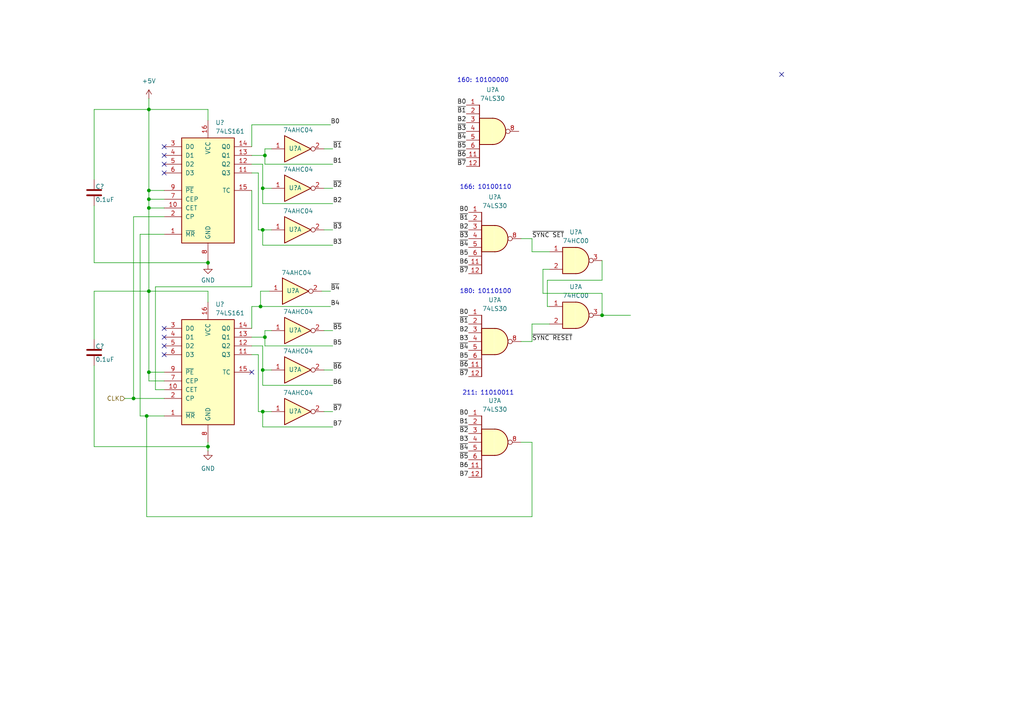
<source format=kicad_sch>
(kicad_sch (version 20250114) (generator "eeschema") (generator_version "9.0")
  (paper "A4")
  (lib_symbols
    (symbol "74xx:74AHC04"
      (property "Reference" "U" (at 0 1.27 0))
      (property "Value" "74AHC04" (at 0 -1.27 0))
      (symbol "74AHC04_1_0"
        (polyline (pts (xy -3.81 3.81) (xy -3.81 -3.81) (xy 3.81 0) (xy -3.81 3.81)) (stroke (width 0.254)) (fill (type background)))
        (pin input line (at -7.62 0 0) (length 3.81) (name "~") (number "1"))
        (pin output inverted (at 7.62 0 180) (length 3.81) (name "~") (number "2"))
      )
      (symbol "74AHC04_2_0"
        (polyline (pts (xy -3.81 3.81) (xy -3.81 -3.81) (xy 3.81 0) (xy -3.81 3.81)) (stroke (width 0.254)) (fill (type background)))
        (pin input line (at -7.62 0 0) (length 3.81) (name "~") (number "3"))
        (pin output inverted (at 7.62 0 180) (length 3.81) (name "~") (number "4"))
      )
      (symbol "74AHC04_3_0"
        (polyline (pts (xy -3.81 3.81) (xy -3.81 -3.81) (xy 3.81 0) (xy -3.81 3.81)) (stroke (width 0.254)) (fill (type background)))
        (pin input line (at -7.62 0 0) (length 3.81) (name "~") (number "5"))
        (pin output inverted (at 7.62 0 180) (length 3.81) (name "~") (number "6"))
      )
      (symbol "74AHC04_4_0"
        (polyline (pts (xy -3.81 3.81) (xy -3.81 -3.81) (xy 3.81 0) (xy -3.81 3.81)) (stroke (width 0.254)) (fill (type background)))
        (pin input line (at -7.62 0 0) (length 3.81) (name "~") (number "9"))
        (pin output inverted (at 7.62 0 180) (length 3.81) (name "~") (number "8"))
      )
      (symbol "74AHC04_5_0"
        (polyline (pts (xy -3.81 3.81) (xy -3.81 -3.81) (xy 3.81 0) (xy -3.81 3.81)) (stroke (width 0.254)) (fill (type background)))
        (pin input line (at -7.62 0 0) (length 3.81) (name "~") (number "11"))
        (pin output inverted (at 7.62 0 180) (length 3.81) (name "~") (number "10"))
      )
      (symbol "74AHC04_6_0"
        (polyline (pts (xy -3.81 3.81) (xy -3.81 -3.81) (xy 3.81 0) (xy -3.81 3.81)) (stroke (width 0.254)) (fill (type background)))
        (pin input line (at -7.62 0 0) (length 3.81) (name "~") (number "13"))
        (pin output inverted (at 7.62 0 180) (length 3.81) (name "~") (number "12"))
      )
      (symbol "74AHC04_7_0"
        (pin power_in line (at 0 12.7 270) (length 5.08) (name "VCC") (number "14"))
        (pin power_in line (at 0 -12.7 90) (length 5.08) (name "GND") (number "7"))
      )
      (symbol "74AHC04_7_1"
        (rectangle (start -5.08 7.62) (end 5.08 -7.62) (stroke (width 0.254)) (fill (type background)))
      )
    )
    (symbol "74xx:74HC00" (pin_names (offset 1.016))
      (property "Reference" "U" (at 0 1.27 0))
      (property "Value" "74HC00" (at 0 -1.27 0))
      (symbol "74HC00_1_1"
        (arc (start 0 3.81) (mid 3.7934 0) (end 0 -3.81) (stroke (width 0.254)) (fill (type background)))
        (polyline (pts (xy 0 3.81) (xy -3.81 3.81) (xy -3.81 -3.81) (xy 0 -3.81)) (stroke (width 0.254)) (fill (type background)))
        (pin input line (at -7.62 2.54 0) (length 3.81) (name "~") (number "1"))
        (pin input line (at -7.62 -2.54 0) (length 3.81) (name "~") (number "2"))
        (pin output inverted (at 7.62 0 180) (length 3.81) (name "~") (number "3"))
      )
      (symbol "74HC00_1_2"
        (arc (start -3.81 3.81) (mid -2.589 0) (end -3.81 -3.81) (stroke (width 0.254)))
        (polyline (pts (xy -3.81 3.81) (xy -0.635 3.81)) (stroke (width 0.254)) (fill (type background)))
        (polyline (pts (xy -3.81 -3.81) (xy -0.635 -3.81)) (stroke (width 0.254)) (fill (type background)))
        (arc (start 3.81 0) (mid 2.1855 -2.584) (end -0.6096 -3.81) (stroke (width 0.254)) (fill (type background)))
        (arc (start -0.6096 3.81) (mid 2.1928 2.5924) (end 3.81 0) (stroke (width 0.254)) (fill (type background)))
        (polyline (pts (xy -0.635 3.81) (xy -3.81 3.81) (xy -3.81 3.81) (xy -3.556 3.4036) (xy -3.0226 2.2606) (xy -2.6924 1.0414) (xy -2.6162 -0.254) (xy -2.7686 -1.4986) (xy -3.175 -2.7178) (xy -3.81 -3.81) (xy -3.81 -3.81) (xy -0.635 -3.81)) (stroke (width -25.4)) (fill (type background)))
        (pin input inverted (at -7.62 2.54 0) (length 4.318) (name "~") (number "1"))
        (pin input inverted (at -7.62 -2.54 0) (length 4.318) (name "~") (number "2"))
        (pin output line (at 7.62 0 180) (length 3.81) (name "~") (number "3"))
      )
      (symbol "74HC00_2_1"
        (arc (start 0 3.81) (mid 3.7934 0) (end 0 -3.81) (stroke (width 0.254)) (fill (type background)))
        (polyline (pts (xy 0 3.81) (xy -3.81 3.81) (xy -3.81 -3.81) (xy 0 -3.81)) (stroke (width 0.254)) (fill (type background)))
        (pin input line (at -7.62 2.54 0) (length 3.81) (name "~") (number "4"))
        (pin input line (at -7.62 -2.54 0) (length 3.81) (name "~") (number "5"))
        (pin output inverted (at 7.62 0 180) (length 3.81) (name "~") (number "6"))
      )
      (symbol "74HC00_2_2"
        (arc (start -3.81 3.81) (mid -2.589 0) (end -3.81 -3.81) (stroke (width 0.254)))
        (polyline (pts (xy -3.81 3.81) (xy -0.635 3.81)) (stroke (width 0.254)) (fill (type background)))
        (polyline (pts (xy -3.81 -3.81) (xy -0.635 -3.81)) (stroke (width 0.254)) (fill (type background)))
        (arc (start 3.81 0) (mid 2.1855 -2.584) (end -0.6096 -3.81) (stroke (width 0.254)) (fill (type background)))
        (arc (start -0.6096 3.81) (mid 2.1928 2.5924) (end 3.81 0) (stroke (width 0.254)) (fill (type background)))
        (polyline (pts (xy -0.635 3.81) (xy -3.81 3.81) (xy -3.81 3.81) (xy -3.556 3.4036) (xy -3.0226 2.2606) (xy -2.6924 1.0414) (xy -2.6162 -0.254) (xy -2.7686 -1.4986) (xy -3.175 -2.7178) (xy -3.81 -3.81) (xy -3.81 -3.81) (xy -0.635 -3.81)) (stroke (width -25.4)) (fill (type background)))
        (pin input inverted (at -7.62 2.54 0) (length 4.318) (name "~") (number "4"))
        (pin input inverted (at -7.62 -2.54 0) (length 4.318) (name "~") (number "5"))
        (pin output line (at 7.62 0 180) (length 3.81) (name "~") (number "6"))
      )
      (symbol "74HC00_3_1"
        (arc (start 0 3.81) (mid 3.7934 0) (end 0 -3.81) (stroke (width 0.254)) (fill (type background)))
        (polyline (pts (xy 0 3.81) (xy -3.81 3.81) (xy -3.81 -3.81) (xy 0 -3.81)) (stroke (width 0.254)) (fill (type background)))
        (pin input line (at -7.62 2.54 0) (length 3.81) (name "~") (number "9"))
        (pin input line (at -7.62 -2.54 0) (length 3.81) (name "~") (number "10"))
        (pin output inverted (at 7.62 0 180) (length 3.81) (name "~") (number "8"))
      )
      (symbol "74HC00_3_2"
        (arc (start -3.81 3.81) (mid -2.589 0) (end -3.81 -3.81) (stroke (width 0.254)))
        (polyline (pts (xy -3.81 3.81) (xy -0.635 3.81)) (stroke (width 0.254)) (fill (type background)))
        (polyline (pts (xy -3.81 -3.81) (xy -0.635 -3.81)) (stroke (width 0.254)) (fill (type background)))
        (arc (start 3.81 0) (mid 2.1855 -2.584) (end -0.6096 -3.81) (stroke (width 0.254)) (fill (type background)))
        (arc (start -0.6096 3.81) (mid 2.1928 2.5924) (end 3.81 0) (stroke (width 0.254)) (fill (type background)))
        (polyline (pts (xy -0.635 3.81) (xy -3.81 3.81) (xy -3.81 3.81) (xy -3.556 3.4036) (xy -3.0226 2.2606) (xy -2.6924 1.0414) (xy -2.6162 -0.254) (xy -2.7686 -1.4986) (xy -3.175 -2.7178) (xy -3.81 -3.81) (xy -3.81 -3.81) (xy -0.635 -3.81)) (stroke (width -25.4)) (fill (type background)))
        (pin input inverted (at -7.62 2.54 0) (length 4.318) (name "~") (number "9"))
        (pin input inverted (at -7.62 -2.54 0) (length 4.318) (name "~") (number "10"))
        (pin output line (at 7.62 0 180) (length 3.81) (name "~") (number "8"))
      )
      (symbol "74HC00_4_1"
        (arc (start 0 3.81) (mid 3.7934 0) (end 0 -3.81) (stroke (width 0.254)) (fill (type background)))
        (polyline (pts (xy 0 3.81) (xy -3.81 3.81) (xy -3.81 -3.81) (xy 0 -3.81)) (stroke (width 0.254)) (fill (type background)))
        (pin input line (at -7.62 2.54 0) (length 3.81) (name "~") (number "12"))
        (pin input line (at -7.62 -2.54 0) (length 3.81) (name "~") (number "13"))
        (pin output inverted (at 7.62 0 180) (length 3.81) (name "~") (number "11"))
      )
      (symbol "74HC00_4_2"
        (arc (start -3.81 3.81) (mid -2.589 0) (end -3.81 -3.81) (stroke (width 0.254)))
        (polyline (pts (xy -3.81 3.81) (xy -0.635 3.81)) (stroke (width 0.254)) (fill (type background)))
        (polyline (pts (xy -3.81 -3.81) (xy -0.635 -3.81)) (stroke (width 0.254)) (fill (type background)))
        (arc (start 3.81 0) (mid 2.1855 -2.584) (end -0.6096 -3.81) (stroke (width 0.254)) (fill (type background)))
        (arc (start -0.6096 3.81) (mid 2.1928 2.5924) (end 3.81 0) (stroke (width 0.254)) (fill (type background)))
        (polyline (pts (xy -0.635 3.81) (xy -3.81 3.81) (xy -3.81 3.81) (xy -3.556 3.4036) (xy -3.0226 2.2606) (xy -2.6924 1.0414) (xy -2.6162 -0.254) (xy -2.7686 -1.4986) (xy -3.175 -2.7178) (xy -3.81 -3.81) (xy -3.81 -3.81) (xy -0.635 -3.81)) (stroke (width -25.4)) (fill (type background)))
        (pin input inverted (at -7.62 2.54 0) (length 4.318) (name "~") (number "12"))
        (pin input inverted (at -7.62 -2.54 0) (length 4.318) (name "~") (number "13"))
        (pin output line (at 7.62 0 180) (length 3.81) (name "~") (number "11"))
      )
      (symbol "74HC00_5_0"
        (pin power_in line (at 0 12.7 270) (length 5.08) (name "VCC") (number "14"))
        (pin power_in line (at 0 -12.7 90) (length 5.08) (name "GND") (number "7"))
      )
      (symbol "74HC00_5_1"
        (rectangle (start -5.08 7.62) (end 5.08 -7.62) (stroke (width 0.254)) (fill (type background)))
      )
    )
    (symbol "74xx:74LS161" (pin_names (offset 1.016))
      (property "Reference" "U" (at -7.62 16.51 0))
      (property "Value" "74LS161" (at -7.62 -16.51 0))
      (symbol "74LS161_1_0"
        (pin input line (at -12.7 12.7 0) (length 5.08) (name "D0") (number "3"))
        (pin input line (at -12.7 10.16 0) (length 5.08) (name "D1") (number "4"))
        (pin input line (at -12.7 7.62 0) (length 5.08) (name "D2") (number "5"))
        (pin input line (at -12.7 5.08 0) (length 5.08) (name "D3") (number "6"))
        (pin input line (at -12.7 0 0) (length 5.08) (name "~{PE}") (number "9"))
        (pin input line (at -12.7 -2.54 0) (length 5.08) (name "CEP") (number "7"))
        (pin input line (at -12.7 -5.08 0) (length 5.08) (name "CET") (number "10"))
        (pin input line (at -12.7 -7.62 0) (length 5.08) (name "CP") (number "2"))
        (pin input line (at -12.7 -12.7 0) (length 5.08) (name "~{MR}") (number "1"))
        (pin power_in line (at 0 20.32 270) (length 5.08) (name "VCC") (number "16"))
        (pin power_in line (at 0 -20.32 90) (length 5.08) (name "GND") (number "8"))
        (pin output line (at 12.7 12.7 180) (length 5.08) (name "Q0") (number "14"))
        (pin output line (at 12.7 10.16 180) (length 5.08) (name "Q1") (number "13"))
        (pin output line (at 12.7 7.62 180) (length 5.08) (name "Q2") (number "12"))
        (pin output line (at 12.7 5.08 180) (length 5.08) (name "Q3") (number "11"))
        (pin output line (at 12.7 0 180) (length 5.08) (name "TC") (number "15"))
      )
      (symbol "74LS161_1_1"
        (rectangle (start -7.62 15.24) (end 7.62 -15.24) (stroke (width 0.254)) (fill (type background)))
      )
    )
    (symbol "74xx:74LS30" (pin_names (offset 1.016))
      (property "Reference" "U" (at 0 1.27 0))
      (property "Value" "74LS30" (at 0 -1.27 0))
      (symbol "74LS30_1_1"
        (polyline (pts (xy -3.81 7.62) (xy -3.81 -10.16)) (stroke (width 0.254)))
        (arc (start 0 3.81) (mid 3.7934 0) (end 0 -3.81) (stroke (width 0.254)) (fill (type background)))
        (polyline (pts (xy 0 3.81) (xy -3.81 3.81) (xy -3.81 -3.81) (xy 0 -3.81)) (stroke (width 0.254)) (fill (type background)))
        (pin input line (at -7.62 7.62 0) (length 3.81) (name "~") (number "1"))
        (pin input line (at -7.62 5.08 0) (length 3.81) (name "~") (number "2"))
        (pin input line (at -7.62 2.54 0) (length 3.81) (name "~") (number "3"))
        (pin input line (at -7.62 0 0) (length 3.81) (name "~") (number "4"))
        (pin input line (at -7.62 -2.54 0) (length 3.81) (name "~") (number "5"))
        (pin input line (at -7.62 -5.08 0) (length 3.81) (name "~") (number "6"))
        (pin input line (at -7.62 -7.62 0) (length 3.81) (name "~") (number "11"))
        (pin input line (at -7.62 -10.16 0) (length 3.81) (name "~") (number "12"))
        (pin output inverted (at 7.62 0 180) (length 3.81) (name "~") (number "8"))
      )
      (symbol "74LS30_1_2"
        (arc (start -3.81 3.81) (mid -2.589 0) (end -3.81 -3.81) (stroke (width 0.254)))
        (polyline (pts (xy -3.81 7.62) (xy -3.81 3.81)) (stroke (width 0.254)))
        (polyline (pts (xy -3.81 3.81) (xy -0.635 3.81)) (stroke (width 0.254)) (fill (type background)))
        (polyline (pts (xy -3.81 -3.81) (xy -3.81 -10.16)) (stroke (width 0.254)))
        (polyline (pts (xy -3.81 -3.81) (xy -0.635 -3.81)) (stroke (width 0.254)) (fill (type background)))
        (arc (start 3.81 0) (mid 2.1855 -2.584) (end -0.6096 -3.81) (stroke (width 0.254)) (fill (type background)))
        (arc (start -0.6096 3.81) (mid 2.1928 2.5924) (end 3.81 0) (stroke (width 0.254)) (fill (type background)))
        (polyline (pts (xy -0.635 3.81) (xy -3.81 3.81) (xy -3.81 3.81) (xy -3.556 3.4036) (xy -3.0226 2.2606) (xy -2.6924 1.0414) (xy -2.6162 -0.254) (xy -2.7686 -1.4986) (xy -3.175 -2.7178) (xy -3.81 -3.81) (xy -3.81 -3.81) (xy -0.635 -3.81)) (stroke (width -25.4)) (fill (type background)))
        (pin input inverted (at -7.62 7.62 0) (length 3.81) (name "~") (number "1"))
        (pin input inverted (at -7.62 5.08 0) (length 3.81) (name "~") (number "2"))
        (pin input inverted (at -7.62 2.54 0) (length 4.5466) (name "~") (number "3"))
        (pin input inverted (at -7.62 0 0) (length 5.08) (name "~") (number "4"))
        (pin input inverted (at -7.62 -2.54 0) (length 4.5466) (name "~") (number "5"))
        (pin input inverted (at -7.62 -5.08 0) (length 3.81) (name "~") (number "6"))
        (pin input inverted (at -7.62 -7.62 0) (length 3.81) (name "~") (number "11"))
        (pin input inverted (at -7.62 -10.16 0) (length 3.81) (name "~") (number "12"))
        (pin output line (at 7.62 0 180) (length 3.81) (name "~") (number "8"))
      )
      (symbol "74LS30_2_0"
        (pin power_in line (at 0 12.7 270) (length 5.08) (name "VCC") (number "14"))
        (pin power_in line (at 0 -12.7 90) (length 5.08) (name "GND") (number "7"))
      )
      (symbol "74LS30_2_1"
        (rectangle (start -5.08 7.62) (end 5.08 -7.62) (stroke (width 0.254)) (fill (type background)))
      )
    )
    (symbol "Device:C" (pin_numbers (hide yes)) (pin_names (offset 0.254))
      (property "Reference" "C" (at 0.635 2.54 0))
      (property "Value" "C" (at 0.635 -2.54 0))
      (symbol "C_0_1"
        (polyline (pts (xy -2.032 0.762) (xy 2.032 0.762)) (stroke (width 0.508)))
        (polyline (pts (xy -2.032 -0.762) (xy 2.032 -0.762)) (stroke (width 0.508)))
      )
      (symbol "C_1_1"
        (pin passive line (at 0 3.81 270) (length 2.794) (name "~") (number "1"))
        (pin passive line (at 0 -3.81 90) (length 2.794) (name "~") (number "2"))
      )
    )
    (symbol "power:+5V" (power) (pin_numbers (hide yes)) (pin_names (offset 0) (hide yes))
      (property "Value" "+5V" (at 0 3.556 0))
      (symbol "+5V_0_1"
        (polyline (pts (xy -0.762 1.27) (xy 0 2.54)))
        (polyline (pts (xy 0 2.54) (xy 0.762 1.27)))
        (polyline (pts (xy 0 0) (xy 0 2.54)))
      )
      (symbol "+5V_1_1"
        (pin power_in line (at 0 0 90) (length 0) (name "~") (number "1"))
      )
    )
    (symbol "power:GND" (power) (pin_numbers (hide yes)) (pin_names (offset 0) (hide yes))
      (property "Value" "GND" (at 0 -3.81 0))
      (symbol "GND_0_1"
        (polyline (pts (xy 0 0) (xy 0 -1.27) (xy 1.27 -1.27) (xy 0 -2.54) (xy -1.27 -1.27) (xy 0 -1.27)))
      )
      (symbol "GND_1_1"
        (pin power_in line (at 0 0 270) (length 0) (name "~") (number "1"))
      )
    )
  )
  (text "211: 11010011\n" (at 141.605 114.046 0) (effects (font (size 1.27 1.27))))
  (text "180: 10110100" (at 140.843 84.582 0) (effects (font (size 1.27 1.27))))
  (text "160: 10100000\n" (at 140.081 23.368 0) (effects (font (size 1.27 1.27))))
  (text "166: 10100110" (at 140.843 54.356 0) (effects (font (size 1.27 1.27))))
  (junction (at 38.735 115.57))
  (junction (at 76.2 119.38))
  (junction (at 43.18 107.95))
  (junction (at 75.565 88.9))
  (junction (at 76.835 97.79))
  (junction (at 43.18 55.245))
  (junction (at 76.2 107.315))
  (junction (at 43.18 84.455))
  (junction (at 43.18 60.325))
  (junction (at 60.325 129.54))
  (junction (at 174.625 91.44))
  (junction (at 43.18 57.785))
  (junction (at 43.18 31.75))
  (junction (at 60.325 76.2))
  (junction (at 76.2 66.675))
  (junction (at 42.545 120.65))
  (junction (at 76.835 45.085))
  (junction (at 76.2 54.61))
  (no_connect (at 47.625 100.33))
  (no_connect (at 47.625 95.25))
  (no_connect (at 47.625 42.545))
  (no_connect (at 47.625 45.085))
  (no_connect (at 47.625 50.165))
  (no_connect (at 47.625 97.79))
  (no_connect (at 73.025 107.95))
  (no_connect (at 47.625 102.87))
  (no_connect (at 226.695 21.59))
  (no_connect (at 47.625 47.625))
  (wire (pts (xy 27.305 76.2) (xy 60.325 76.2)))
  (wire (pts (xy 93.98 54.61) (xy 96.52 54.61)))
  (wire (pts (xy 43.18 31.75) (xy 60.325 31.75)))
  (wire (pts (xy 73.025 100.33) (xy 76.2 100.33)))
  (wire (pts (xy 75.565 88.9) (xy 73.025 88.9)))
  (wire (pts (xy 96.52 71.12) (xy 76.2 71.12)))
  (wire (pts (xy 42.545 149.86) (xy 42.545 120.65)))
  (wire (pts (xy 76.835 95.885) (xy 76.835 97.79)))
  (wire (pts (xy 96.52 111.76) (xy 76.2 111.76)))
  (wire (pts (xy 43.18 84.455) (xy 43.18 107.95)))
  (wire (pts (xy 76.835 43.18) (xy 78.74 43.18)))
  (wire (pts (xy 174.625 85.09) (xy 174.625 91.44)))
  (wire (pts (xy 174.625 75.565) (xy 174.625 81.28)))
  (wire (pts (xy 43.18 60.325) (xy 47.625 60.325)))
  (wire (pts (xy 43.18 57.785) (xy 47.625 57.785)))
  (wire (pts (xy 45.085 113.03) (xy 47.625 113.03)))
  (wire (pts (xy 40.64 67.945) (xy 47.625 67.945)))
  (wire (pts (xy 73.025 47.625) (xy 76.2 47.625)))
  (wire (pts (xy 75.565 84.455) (xy 78.105 84.455)))
  (wire (pts (xy 43.18 107.95) (xy 43.18 110.49)))
  (wire (pts (xy 73.025 83.185) (xy 73.025 55.245)))
  (wire (pts (xy 76.2 54.61) (xy 76.2 59.055)))
  (wire (pts (xy 27.305 84.455) (xy 27.305 98.425)))
  (wire (pts (xy 76.835 43.18) (xy 76.835 45.085)))
  (wire (pts (xy 76.2 66.675) (xy 76.2 71.12)))
  (wire (pts (xy 154.305 69.215) (xy 151.13 69.215)))
  (wire (pts (xy 93.98 66.675) (xy 96.52 66.675)))
  (wire (pts (xy 154.305 73.025) (xy 159.385 73.025)))
  (wire (pts (xy 157.48 85.09) (xy 174.625 85.09)))
  (wire (pts (xy 157.48 78.105) (xy 157.48 85.09)))
  (wire (pts (xy 73.025 97.79) (xy 76.835 97.79)))
  (wire (pts (xy 96.52 123.825) (xy 76.2 123.825)))
  (wire (pts (xy 42.545 120.65) (xy 47.625 120.65)))
  (wire (pts (xy 36.195 115.57) (xy 38.735 115.57)))
  (wire (pts (xy 60.325 84.455) (xy 60.325 87.63)))
  (wire (pts (xy 93.98 119.38) (xy 96.52 119.38)))
  (wire (pts (xy 73.025 50.165) (xy 74.93 50.165)))
  (wire (pts (xy 43.18 60.325) (xy 43.18 84.455)))
  (wire (pts (xy 154.305 93.98) (xy 159.385 93.98)))
  (wire (pts (xy 43.18 31.75) (xy 43.18 55.245)))
  (wire (pts (xy 27.305 31.75) (xy 27.305 52.07)))
  (wire (pts (xy 43.18 84.455) (xy 27.305 84.455)))
  (wire (pts (xy 93.345 84.455) (xy 95.885 84.455)))
  (wire (pts (xy 73.025 88.9) (xy 73.025 95.25)))
  (wire (pts (xy 27.305 59.69) (xy 27.305 76.2)))
  (wire (pts (xy 74.93 119.38) (xy 76.2 119.38)))
  (wire (pts (xy 40.64 67.945) (xy 40.64 120.65)))
  (wire (pts (xy 74.93 50.165) (xy 74.93 66.675)))
  (wire (pts (xy 43.18 31.75) (xy 27.305 31.75)))
  (wire (pts (xy 96.52 100.33) (xy 76.835 100.33)))
  (wire (pts (xy 60.325 76.2) (xy 60.325 75.565)))
  (wire (pts (xy 43.18 55.245) (xy 47.625 55.245)))
  (wire (pts (xy 93.98 43.18) (xy 96.52 43.18)))
  (wire (pts (xy 76.2 54.61) (xy 78.74 54.61)))
  (wire (pts (xy 60.325 31.75) (xy 60.325 34.925)))
  (wire (pts (xy 27.305 106.045) (xy 27.305 129.54)))
  (wire (pts (xy 45.085 83.185) (xy 73.025 83.185)))
  (wire (pts (xy 159.385 78.105) (xy 157.48 78.105)))
  (wire (pts (xy 76.2 119.38) (xy 78.74 119.38)))
  (wire (pts (xy 73.025 102.87) (xy 74.93 102.87)))
  (wire (pts (xy 158.75 88.9) (xy 159.385 88.9)))
  (wire (pts (xy 174.625 91.44) (xy 182.88 91.44)))
  (wire (pts (xy 76.2 47.625) (xy 76.2 54.61)))
  (wire (pts (xy 154.305 128.27) (xy 154.305 149.86)))
  (wire (pts (xy 76.835 95.885) (xy 78.74 95.885)))
  (wire (pts (xy 74.93 66.675) (xy 76.2 66.675)))
  (wire (pts (xy 158.75 81.28) (xy 158.75 88.9)))
  (wire (pts (xy 76.2 107.315) (xy 78.74 107.315)))
  (wire (pts (xy 43.18 107.95) (xy 47.625 107.95)))
  (wire (pts (xy 154.305 149.86) (xy 42.545 149.86)))
  (wire (pts (xy 151.13 128.27) (xy 154.305 128.27)))
  (wire (pts (xy 27.305 129.54) (xy 60.325 129.54)))
  (wire (pts (xy 154.305 93.98) (xy 154.305 99.06)))
  (wire (pts (xy 76.2 107.315) (xy 76.2 111.76)))
  (wire (pts (xy 40.64 120.65) (xy 42.545 120.65)))
  (wire (pts (xy 43.18 110.49) (xy 47.625 110.49)))
  (wire (pts (xy 76.2 100.33) (xy 76.2 107.315)))
  (wire (pts (xy 60.325 129.54) (xy 60.325 128.27)))
  (wire (pts (xy 93.98 95.885) (xy 96.52 95.885)))
  (wire (pts (xy 154.305 69.215) (xy 154.305 73.025)))
  (wire (pts (xy 75.565 88.9) (xy 75.565 84.455)))
  (wire (pts (xy 73.025 36.195) (xy 73.025 42.545)))
  (wire (pts (xy 38.735 62.865) (xy 47.625 62.865)))
  (wire (pts (xy 76.2 66.675) (xy 78.74 66.675)))
  (wire (pts (xy 96.52 59.055) (xy 76.2 59.055)))
  (wire (pts (xy 43.18 57.785) (xy 43.18 60.325)))
  (wire (pts (xy 38.735 115.57) (xy 47.625 115.57)))
  (wire (pts (xy 96.52 47.625) (xy 76.835 47.625)))
  (wire (pts (xy 93.98 107.315) (xy 96.52 107.315)))
  (wire (pts (xy 95.885 88.9) (xy 75.565 88.9)))
  (wire (pts (xy 174.625 81.28) (xy 158.75 81.28)))
  (wire (pts (xy 73.025 36.195) (xy 95.885 36.195)))
  (wire (pts (xy 43.18 31.75) (xy 43.18 28.575)))
  (wire (pts (xy 76.2 119.38) (xy 76.2 123.825)))
  (wire (pts (xy 74.93 102.87) (xy 74.93 119.38)))
  (wire (pts (xy 60.325 76.835) (xy 60.325 76.2)))
  (wire (pts (xy 43.18 84.455) (xy 60.325 84.455)))
  (wire (pts (xy 45.085 113.03) (xy 45.085 83.185)))
  (wire (pts (xy 73.025 45.085) (xy 76.835 45.085)))
  (wire (pts (xy 76.835 100.33) (xy 76.835 97.79)))
  (wire (pts (xy 43.18 55.245) (xy 43.18 57.785)))
  (wire (pts (xy 76.835 47.625) (xy 76.835 45.085)))
  (wire (pts (xy 60.325 130.81) (xy 60.325 129.54)))
  (wire (pts (xy 151.13 99.06) (xy 154.305 99.06)))
  (wire (pts (xy 38.735 115.57) (xy 38.735 62.865)))
  (label "B0" (at 135.89 91.44 180))
  (label "~{B6}" (at 96.52 107.315 0))
  (label "~{SYNC SET}" (at 154.305 69.215 0))
  (label "B0" (at 135.255 30.48 180))
  (label "~{B3}" (at 96.52 66.675 0))
  (label "~{B4}" (at 135.89 71.755 180))
  (label "B0" (at 135.89 61.595 180))
  (label "~{B1}" (at 135.255 33.02 180))
  (label "~{B5}" (at 135.255 43.18 180))
  (label "~{B2}" (at 135.89 125.73 180))
  (label "B3" (at 135.89 128.27 180))
  (label "~{B4}" (at 135.255 40.64 180))
  (label "~{B7}" (at 135.89 109.22 180))
  (label "B4" (at 95.885 88.9 0))
  (label "~{B2}" (at 96.52 54.61 0))
  (label "~{B1}" (at 135.89 64.135 180))
  (label "~{B3}" (at 135.89 69.215 180))
  (label "B5" (at 96.52 100.33 0))
  (label "B6" (at 96.52 111.76 0))
  (label "B2" (at 135.89 96.52 180))
  (label "B0" (at 135.89 120.65 180))
  (label "~{B3}" (at 135.255 38.1 180))
  (label "B5" (at 135.89 104.14 180))
  (label "B6" (at 135.89 76.835 180))
  (label "B7" (at 96.52 123.825 0))
  (label "~{B6}" (at 135.89 106.68 180))
  (label "B1" (at 135.89 123.19 180))
  (label "~{B4}" (at 135.89 130.81 180))
  (label "B2" (at 96.52 59.055 0))
  (label "~{B1}" (at 135.89 93.98 180))
  (label "B7" (at 135.89 138.43 180))
  (label "B6" (at 135.89 135.89 180))
  (label "B5" (at 135.89 74.295 180))
  (label "~{B5}" (at 135.89 133.35 180))
  (label "~{SYNC RESET}" (at 154.305 99.06 0))
  (label "~{B1}" (at 96.52 43.18 0))
  (label "B3" (at 96.52 71.12 0))
  (label "B2" (at 135.89 66.675 180))
  (label "~{B4}" (at 95.885 84.455 0))
  (label "B1" (at 96.52 47.625 0))
  (label "~{B6}" (at 135.255 45.72 180))
  (label "B2" (at 135.255 35.56 180))
  (label "~{B5}" (at 96.52 95.885 0))
  (label "~{B7}" (at 135.255 48.26 180))
  (label "B3" (at 135.89 99.06 180))
  (label "B0" (at 95.885 36.195 0))
  (label "~{B7}" (at 96.52 119.38 0))
  (label "~{B4}" (at 135.89 101.6 180))
  (label "~{B7}" (at 135.89 79.375 180))
  (hierarchical_label "CLK" (shape input) (at 36.195 115.57 180))
  (symbol (lib_id "power:GND") (at 60.325 76.835 0) (unit 1)
    (property "Reference" "#PWR09" (effects (hide yes)))
    (property "Value" "GND" (at 60.325 81.28 0))
    (property "Description" "Power symbol creates a global label with name \"GND\" , ground" (effects (hide yes)))
  )
  (symbol (lib_id "74xx:74LS161") (at 60.325 107.95 0) (unit 1)
    (property "Reference" "U?" (at 62.4683 88.265 0) (effects (justify left)))
    (property "Value" "74LS161" (at 62.4683 90.805 0) (effects (justify left)))
    (property "Datasheet" "http://www.ti.com/lit/gpn/sn74LS161" (effects (hide yes)))
    (property "Description" "Synchronous 4-bit programmable binary Counter" (effects (hide yes)))
  )
  (symbol (lib_id "74xx:74LS30") (at 142.875 38.1 0) (unit 1)
    (property "Reference" "U?" (at 142.8667 26.035 0))
    (property "Value" "74LS30" (at 142.8667 28.575 0))
    (property "Datasheet" "http://www.ti.com/lit/gpn/sn74LS30" (effects (hide yes)))
    (property "Description" "8-input NAND" (effects (hide yes)))
  )
  (symbol (lib_id "74xx:74LS161") (at 60.325 55.245 0) (unit 1)
    (property "Reference" "U?" (at 62.4683 35.56 0) (effects (justify left)))
    (property "Value" "74LS161" (at 62.4683 38.1 0) (effects (justify left)))
    (property "Datasheet" "http://www.ti.com/lit/gpn/sn74LS161" (effects (hide yes)))
    (property "Description" "Synchronous 4-bit programmable binary Counter" (effects (hide yes)))
  )
  (symbol (lib_id "74xx:74AHC04") (at 86.36 54.61 0) (unit 1)
    (property "Reference" "U?" (at 85.598 54.483 0))
    (property "Value" "74AHC04" (at 86.487 49.149 0))
    (property "Datasheet" "https://assets.nexperia.com/documents/data-sheet/74AHC_AHCT04.pdf" (effects (hide yes)))
    (property "Description" "Hex Inverter" (effects (hide yes)))
  )
  (symbol (lib_id "Device:C") (at 27.305 102.235 0) (unit 1)
    (property "Reference" "C?" (at 27.686 100.457 0) (effects (justify left)))
    (property "Value" "0.1uF" (at 27.686 104.267 0) (effects (justify left)))
    (property "Description" "Unpolarized capacitor" (effects (hide yes)))
  )
  (symbol (lib_id "74xx:74LS30") (at 143.51 69.215 0) (unit 1)
    (property "Reference" "U?" (at 143.5017 57.15 0))
    (property "Value" "74LS30" (at 143.5017 59.69 0))
    (property "Datasheet" "http://www.ti.com/lit/gpn/sn74LS30" (effects (hide yes)))
    (property "Description" "8-input NAND" (effects (hide yes)))
  )
  (symbol (lib_id "74xx:74HC00") (at 167.005 91.44 0) (unit 1)
    (property "Reference" "U?" (at 166.9967 83.185 0))
    (property "Value" "74HC00" (at 166.9967 85.725 0))
    (property "Datasheet" "http://www.ti.com/lit/gpn/sn74hc00" (effects (hide yes)))
    (property "Description" "quad 2-input NAND gate" (effects (hide yes)))
  )
  (symbol (lib_id "74xx:74LS30") (at 143.51 99.06 0) (unit 1)
    (property "Reference" "U?" (at 143.5017 86.995 0))
    (property "Value" "74LS30" (at 143.5017 89.535 0))
    (property "Datasheet" "http://www.ti.com/lit/gpn/sn74LS30" (effects (hide yes)))
    (property "Description" "8-input NAND" (effects (hide yes)))
  )
  (symbol (lib_id "74xx:74AHC04") (at 86.36 66.675 0) (unit 1)
    (property "Reference" "U?" (at 85.598 66.548 0))
    (property "Value" "74AHC04" (at 86.487 61.214 0))
    (property "Datasheet" "https://assets.nexperia.com/documents/data-sheet/74AHC_AHCT04.pdf" (effects (hide yes)))
    (property "Description" "Hex Inverter" (effects (hide yes)))
  )
  (symbol (lib_id "74xx:74AHC04") (at 86.36 95.885 0) (unit 1)
    (property "Reference" "U?" (at 85.598 95.758 0))
    (property "Value" "74AHC04" (at 86.487 90.424 0))
    (property "Datasheet" "https://assets.nexperia.com/documents/data-sheet/74AHC_AHCT04.pdf" (effects (hide yes)))
    (property "Description" "Hex Inverter" (effects (hide yes)))
  )
  (symbol (lib_id "74xx:74LS30") (at 143.51 128.27 0) (unit 1)
    (property "Reference" "U?" (at 143.5017 116.205 0))
    (property "Value" "74LS30" (at 143.5017 118.745 0))
    (property "Datasheet" "http://www.ti.com/lit/gpn/sn74LS30" (effects (hide yes)))
    (property "Description" "8-input NAND" (effects (hide yes)))
  )
  (symbol (lib_id "Device:C") (at 27.305 55.88 0) (unit 1)
    (property "Reference" "C?" (at 27.686 54.102 0) (effects (justify left)))
    (property "Value" "0.1uF" (at 27.686 57.912 0) (effects (justify left)))
    (property "Description" "Unpolarized capacitor" (effects (hide yes)))
  )
  (symbol (lib_id "74xx:74AHC04") (at 86.36 107.315 0) (unit 1)
    (property "Reference" "U?" (at 85.598 107.188 0))
    (property "Value" "74AHC04" (at 86.487 101.854 0))
    (property "Datasheet" "https://assets.nexperia.com/documents/data-sheet/74AHC_AHCT04.pdf" (effects (hide yes)))
    (property "Description" "Hex Inverter" (effects (hide yes)))
  )
  (symbol (lib_id "74xx:74AHC04") (at 85.725 84.455 0) (unit 1)
    (property "Reference" "U?" (at 84.963 84.328 0))
    (property "Value" "74AHC04" (at 85.979 79.121 0))
    (property "Datasheet" "https://assets.nexperia.com/documents/data-sheet/74AHC_AHCT04.pdf" (effects (hide yes)))
    (property "Description" "Hex Inverter" (effects (hide yes)))
  )
  (symbol (lib_id "74xx:74AHC04") (at 86.36 43.18 0) (unit 1)
    (property "Reference" "U?" (at 85.598 43.053 0))
    (property "Value" "74AHC04" (at 86.487 37.719 0))
    (property "Datasheet" "https://assets.nexperia.com/documents/data-sheet/74AHC_AHCT04.pdf" (effects (hide yes)))
    (property "Description" "Hex Inverter" (effects (hide yes)))
  )
  (symbol (lib_id "74xx:74HC00") (at 167.005 75.565 0) (unit 1)
    (property "Reference" "U?" (at 166.9967 67.31 0))
    (property "Value" "74HC00" (at 166.9967 69.85 0))
    (property "Datasheet" "http://www.ti.com/lit/gpn/sn74hc00" (effects (hide yes)))
    (property "Description" "quad 2-input NAND gate" (effects (hide yes)))
  )
  (symbol (lib_id "74xx:74AHC04") (at 86.36 119.38 0) (unit 1)
    (property "Reference" "U?" (at 85.598 119.253 0))
    (property "Value" "74AHC04" (at 86.487 113.919 0))
    (property "Datasheet" "https://assets.nexperia.com/documents/data-sheet/74AHC_AHCT04.pdf" (effects (hide yes)))
    (property "Description" "Hex Inverter" (effects (hide yes)))
  )
  (symbol (lib_id "power:GND") (at 60.325 130.81 0) (unit 1)
    (property "Reference" "#PWR010" (effects (hide yes)))
    (property "Value" "GND" (at 60.325 135.89 0))
    (property "Description" "Power symbol creates a global label with name \"GND\" , ground" (effects (hide yes)))
  )
  (symbol (lib_id "power:+5V") (at 43.18 28.575 0) (unit 1)
    (property "Reference" "#PWR08" (effects (hide yes)))
    (property "Value" "+5V" (at 43.18 23.495 0))
    (property "Description" "Power symbol creates a global label with name \"+5V\"" (effects (hide yes)))
  )
)
</source>
